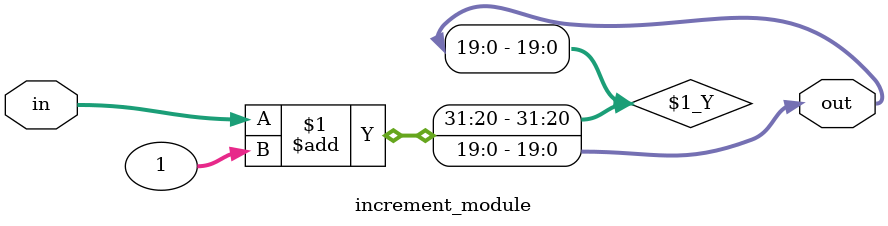
<source format=v>
module increment_module(input wire [19:0] in, output wire [19:0] out);

    assign out = in+1;

endmodule
</source>
